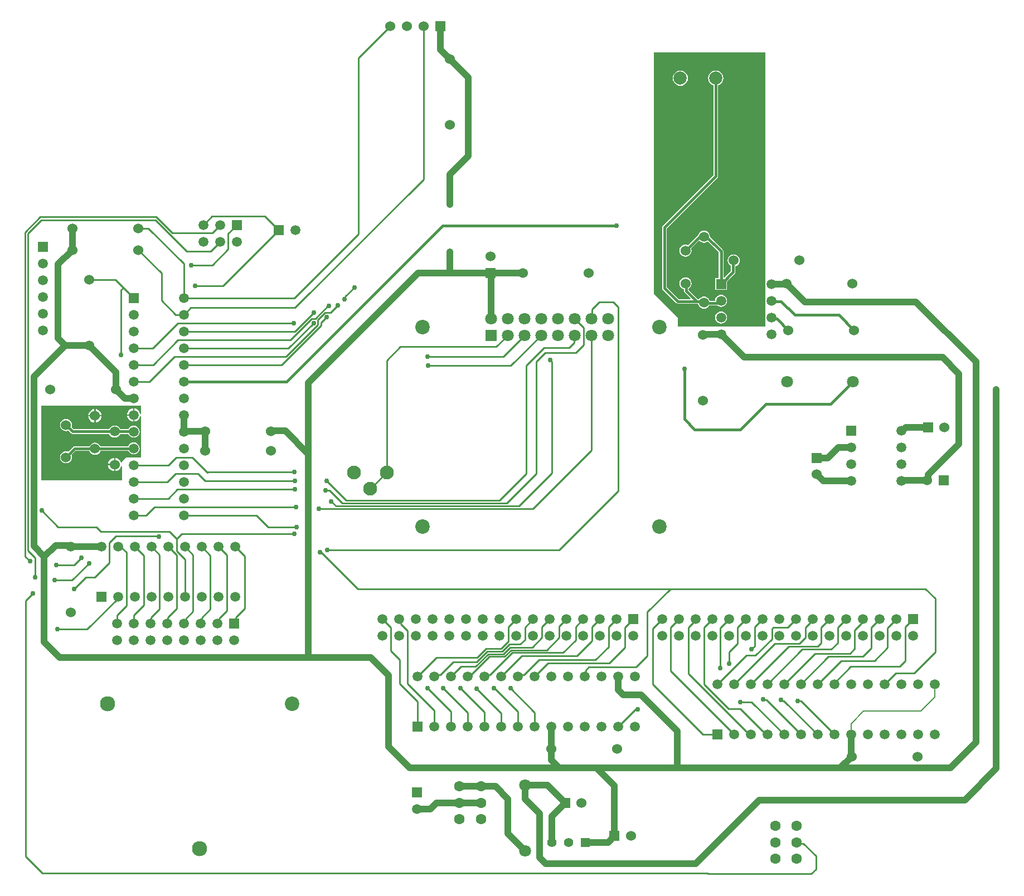
<source format=gtl>
G04*
G04 #@! TF.GenerationSoftware,Altium Limited,Altium Designer,20.0.13 (296)*
G04*
G04 Layer_Physical_Order=1*
G04 Layer_Color=255*
%FSLAX25Y25*%
%MOIN*%
G70*
G01*
G75*
%ADD13C,0.01000*%
%ADD32C,0.04000*%
%ADD33C,0.01500*%
%ADD34C,0.00600*%
%ADD35C,0.06000*%
%ADD36C,0.07087*%
%ADD37C,0.05906*%
%ADD38R,0.05906X0.05906*%
%ADD39C,0.09055*%
%ADD40C,0.08661*%
%ADD41R,0.05906X0.05906*%
%ADD42R,0.06000X0.06000*%
%ADD43R,0.06000X0.06000*%
%ADD44C,0.08268*%
%ADD45C,0.06299*%
G04:AMPARAMS|DCode=46|XSize=55.12mil|YSize=55.12mil|CornerRadius=1.93mil|HoleSize=0mil|Usage=FLASHONLY|Rotation=270.000|XOffset=0mil|YOffset=0mil|HoleType=Round|Shape=RoundedRectangle|*
%AMROUNDEDRECTD46*
21,1,0.05512,0.05126,0,0,270.0*
21,1,0.05126,0.05512,0,0,270.0*
1,1,0.00386,-0.02563,-0.02563*
1,1,0.00386,-0.02563,0.02563*
1,1,0.00386,0.02563,0.02563*
1,1,0.00386,0.02563,-0.02563*
%
%ADD46ROUNDEDRECTD46*%
%ADD47C,0.05512*%
%ADD48C,0.07874*%
%ADD49R,0.07087X0.07087*%
%ADD50C,0.03000*%
G36*
X173622Y378259D02*
X173122Y378226D01*
X173064Y378670D01*
X172665Y379631D01*
X172032Y380457D01*
X171206Y381090D01*
X170245Y381489D01*
X169613Y381572D01*
Y377638D01*
Y373704D01*
X170245Y373787D01*
X171206Y374185D01*
X172032Y374819D01*
X172665Y375644D01*
X173064Y376606D01*
X173122Y377050D01*
X173622Y377017D01*
Y352362D01*
X164567D01*
X162205Y350000D01*
X162205D01*
Y349335D01*
X161705Y349236D01*
X161368Y350049D01*
X160727Y350884D01*
X159891Y351525D01*
X158918Y351928D01*
X158274Y352013D01*
Y348031D01*
Y344050D01*
X158918Y344134D01*
X159891Y344537D01*
X160727Y345179D01*
X161368Y346014D01*
X161705Y346827D01*
X162205Y346728D01*
Y338583D01*
X113779D01*
Y383071D01*
X173622D01*
Y378259D01*
D02*
G37*
G36*
X546850Y455950D02*
X546850Y455945D01*
X546850Y455939D01*
Y445950D01*
X546850Y445945D01*
X546850Y445939D01*
Y435950D01*
X546850Y435945D01*
X546850Y435939D01*
Y430709D01*
X494488D01*
Y435827D01*
X480315Y450000D01*
X480315Y594488D01*
X546850Y594488D01*
Y455950D01*
D02*
G37*
%LPC*%
G36*
X168813Y381572D02*
X168181Y381489D01*
X167219Y381090D01*
X166393Y380457D01*
X165760Y379631D01*
X165362Y378670D01*
X165278Y378038D01*
X168813D01*
Y381572D01*
D02*
G37*
G36*
X146463Y381147D02*
Y377565D01*
X150045D01*
X149960Y378210D01*
X149557Y379183D01*
X148916Y380018D01*
X148080Y380659D01*
X147107Y381062D01*
X146463Y381147D01*
D02*
G37*
G36*
X145663D02*
X145019Y381062D01*
X144046Y380659D01*
X143210Y380018D01*
X142569Y379183D01*
X142166Y378210D01*
X142081Y377565D01*
X145663D01*
Y381147D01*
D02*
G37*
G36*
X168813Y377238D02*
X165278D01*
X165362Y376606D01*
X165760Y375644D01*
X166393Y374819D01*
X167219Y374185D01*
X168181Y373787D01*
X168813Y373704D01*
Y377238D01*
D02*
G37*
G36*
X145663Y376765D02*
X142081D01*
X142166Y376121D01*
X142569Y375148D01*
X143210Y374312D01*
X144046Y373671D01*
X145019Y373268D01*
X145663Y373183D01*
Y376765D01*
D02*
G37*
G36*
X150045D02*
X146463D01*
Y373183D01*
X147107Y373268D01*
X148080Y373671D01*
X148916Y374312D01*
X149557Y375148D01*
X149960Y376121D01*
X150045Y376765D01*
D02*
G37*
G36*
X128740Y375206D02*
X127800Y375082D01*
X126925Y374719D01*
X126173Y374142D01*
X125596Y373390D01*
X125233Y372515D01*
X125109Y371575D01*
X125233Y370635D01*
X125596Y369759D01*
X126173Y369007D01*
X126925Y368430D01*
X127800Y368068D01*
X128740Y367944D01*
X129680Y368068D01*
X130119Y368249D01*
X131625Y366743D01*
X131625Y366743D01*
X132072Y366445D01*
X132598Y366340D01*
X154548D01*
X154729Y365901D01*
X155306Y365149D01*
X156059Y364572D01*
X156934Y364209D01*
X157874Y364086D01*
X158814Y364209D01*
X159690Y364572D01*
X160442Y365149D01*
X161019Y365901D01*
X161200Y366340D01*
X165905D01*
X166109Y365846D01*
X166679Y365104D01*
X167421Y364534D01*
X168285Y364177D01*
X169213Y364054D01*
X170140Y364177D01*
X171004Y364534D01*
X171747Y365104D01*
X172316Y365846D01*
X172674Y366710D01*
X172796Y367638D01*
X172674Y368565D01*
X172316Y369429D01*
X171747Y370172D01*
X171004Y370741D01*
X170140Y371099D01*
X169213Y371221D01*
X168285Y371099D01*
X167421Y370741D01*
X166679Y370172D01*
X166109Y369429D01*
X165970Y369093D01*
X161200D01*
X161019Y369532D01*
X160442Y370284D01*
X159690Y370861D01*
X158814Y371224D01*
X157874Y371348D01*
X156934Y371224D01*
X156059Y370861D01*
X155306Y370284D01*
X154729Y369532D01*
X154548Y369093D01*
X133169D01*
X132066Y370196D01*
X132247Y370635D01*
X132371Y371575D01*
X132247Y372515D01*
X131885Y373390D01*
X131308Y374142D01*
X130556Y374719D01*
X129680Y375082D01*
X128740Y375206D01*
D02*
G37*
G36*
X169213Y361221D02*
X168285Y361099D01*
X167421Y360741D01*
X166679Y360172D01*
X166109Y359430D01*
X165937Y359014D01*
X149370D01*
X149328Y359006D01*
X149208Y359296D01*
X148630Y360048D01*
X147879Y360625D01*
X147003Y360988D01*
X146063Y361111D01*
X145123Y360988D01*
X144247Y360625D01*
X143495Y360048D01*
X142918Y359296D01*
X142736Y358857D01*
X133858D01*
X133332Y358752D01*
X132885Y358454D01*
X130119Y355688D01*
X129680Y355870D01*
X128740Y355993D01*
X127800Y355870D01*
X126925Y355507D01*
X126173Y354930D01*
X125596Y354178D01*
X125233Y353302D01*
X125109Y352362D01*
X125233Y351422D01*
X125596Y350547D01*
X126173Y349795D01*
X126925Y349218D01*
X127800Y348855D01*
X128740Y348731D01*
X129680Y348855D01*
X130556Y349218D01*
X131308Y349795D01*
X131885Y350547D01*
X132247Y351422D01*
X132371Y352362D01*
X132247Y353302D01*
X132066Y353741D01*
X134428Y356104D01*
X142736D01*
X142918Y355665D01*
X143495Y354913D01*
X144247Y354336D01*
X145123Y353973D01*
X146063Y353849D01*
X147003Y353973D01*
X147879Y354336D01*
X148630Y354913D01*
X149208Y355665D01*
X149405Y356142D01*
X149739Y356209D01*
X149818Y356261D01*
X165937D01*
X166109Y355846D01*
X166679Y355104D01*
X167421Y354535D01*
X168285Y354176D01*
X169213Y354054D01*
X170140Y354176D01*
X171004Y354535D01*
X171747Y355104D01*
X172316Y355846D01*
X172674Y356710D01*
X172796Y357638D01*
X172674Y358565D01*
X172316Y359430D01*
X171747Y360172D01*
X171004Y360741D01*
X170140Y361099D01*
X169213Y361221D01*
D02*
G37*
G36*
X157474Y352013D02*
X156830Y351928D01*
X155857Y351525D01*
X155021Y350884D01*
X154380Y350049D01*
X153977Y349076D01*
X153892Y348431D01*
X157474D01*
Y352013D01*
D02*
G37*
G36*
Y347632D02*
X153892D01*
X153977Y346987D01*
X154380Y346014D01*
X155021Y345179D01*
X155857Y344537D01*
X156830Y344134D01*
X157474Y344050D01*
Y347632D01*
D02*
G37*
G36*
X496063Y583710D02*
X494879Y583554D01*
X493775Y583097D01*
X492827Y582370D01*
X492100Y581422D01*
X491643Y580318D01*
X491487Y579134D01*
X491643Y577949D01*
X492100Y576846D01*
X492827Y575898D01*
X493775Y575171D01*
X494879Y574714D01*
X496063Y574558D01*
X497247Y574714D01*
X498351Y575171D01*
X499299Y575898D01*
X500026Y576846D01*
X500483Y577949D01*
X500639Y579134D01*
X500483Y580318D01*
X500026Y581422D01*
X499299Y582370D01*
X498351Y583097D01*
X497247Y583554D01*
X496063Y583710D01*
D02*
G37*
G36*
X510236Y487883D02*
X509296Y487759D01*
X508421Y487397D01*
X507669Y486820D01*
X507092Y486067D01*
X506824Y485422D01*
X506460Y485178D01*
X500592Y479310D01*
X500152Y479492D01*
X499213Y479615D01*
X498273Y479492D01*
X497397Y479129D01*
X496645Y478552D01*
X496068Y477800D01*
X495705Y476924D01*
X495581Y475984D01*
X495705Y475044D01*
X496068Y474169D01*
X496645Y473417D01*
X497397Y472840D01*
X498273Y472477D01*
X499213Y472353D01*
X500152Y472477D01*
X501028Y472840D01*
X501780Y473417D01*
X502357Y474169D01*
X502720Y475044D01*
X502844Y475984D01*
X502720Y476924D01*
X502538Y477363D01*
X507049Y481874D01*
X507548Y481842D01*
X507669Y481684D01*
X508421Y481107D01*
X509296Y480745D01*
X510236Y480621D01*
X511176Y480745D01*
X512052Y481107D01*
X512593Y481523D01*
X519057Y475060D01*
Y459498D01*
X516880D01*
Y452392D01*
X523986D01*
Y457551D01*
X528643Y462208D01*
X528941Y462655D01*
X529046Y463181D01*
Y466635D01*
X529768Y466934D01*
X530520Y467511D01*
X531097Y468263D01*
X531460Y469139D01*
X531584Y470079D01*
X531460Y471019D01*
X531097Y471894D01*
X530520Y472646D01*
X529768Y473223D01*
X528893Y473586D01*
X527953Y473710D01*
X527013Y473586D01*
X526137Y473223D01*
X525385Y472646D01*
X524808Y471894D01*
X524445Y471019D01*
X524322Y470079D01*
X524445Y469139D01*
X524808Y468263D01*
X525385Y467511D01*
X526137Y466934D01*
X526293Y466870D01*
Y463752D01*
X522309Y459768D01*
X521809Y459975D01*
Y475630D01*
X521705Y476157D01*
X521406Y476603D01*
X513855Y484155D01*
X513867Y484252D01*
X513743Y485192D01*
X513381Y486067D01*
X512804Y486820D01*
X512052Y487397D01*
X511176Y487759D01*
X510236Y487883D01*
D02*
G37*
G36*
X517323Y583710D02*
X516138Y583554D01*
X515035Y583097D01*
X514087Y582370D01*
X513360Y581422D01*
X512903Y580318D01*
X512747Y579134D01*
X512903Y577949D01*
X513360Y576846D01*
X514087Y575898D01*
X515035Y575171D01*
X515946Y574793D01*
Y521043D01*
X485641Y490737D01*
X485343Y490290D01*
X485238Y489764D01*
Y453543D01*
X485343Y453017D01*
X485641Y452570D01*
X493515Y444696D01*
X493515Y444696D01*
X493961Y444398D01*
X494488Y444293D01*
X494488Y444293D01*
X505905D01*
X505905Y444293D01*
X505906Y444293D01*
X506683D01*
X506729Y443942D01*
X507092Y443066D01*
X507669Y442314D01*
X508421Y441737D01*
X509296Y441375D01*
X510236Y441251D01*
X511176Y441375D01*
X512052Y441737D01*
X512804Y442314D01*
X513381Y443066D01*
X513433Y443192D01*
X518185D01*
X518641Y442842D01*
X519506Y442484D01*
X520433Y442361D01*
X521360Y442484D01*
X522225Y442842D01*
X522967Y443411D01*
X523536Y444153D01*
X523894Y445017D01*
X524017Y445945D01*
X523894Y446872D01*
X523536Y447737D01*
X522967Y448479D01*
X522225Y449048D01*
X521360Y449406D01*
X520433Y449528D01*
X519506Y449406D01*
X518641Y449048D01*
X517899Y448479D01*
X517330Y447737D01*
X516972Y446872D01*
X516850Y445945D01*
X513693D01*
X513381Y446697D01*
X512804Y447449D01*
X512052Y448027D01*
X511176Y448389D01*
X510236Y448513D01*
X509296Y448389D01*
X508421Y448027D01*
X507669Y447449D01*
X507359Y447046D01*
X506476D01*
X501030Y452492D01*
Y453156D01*
X501780Y453732D01*
X502357Y454484D01*
X502720Y455359D01*
X502844Y456299D01*
X502720Y457239D01*
X502357Y458115D01*
X501780Y458867D01*
X501028Y459444D01*
X500152Y459806D01*
X499213Y459930D01*
X498273Y459806D01*
X497397Y459444D01*
X496645Y458867D01*
X496068Y458115D01*
X495705Y457239D01*
X495581Y456299D01*
X495705Y455359D01*
X496068Y454484D01*
X496645Y453732D01*
X497397Y453155D01*
X498273Y452792D01*
X498277Y452791D01*
Y451922D01*
X498382Y451395D01*
X498680Y450948D01*
X502120Y447508D01*
X501929Y447046D01*
X495058D01*
X487991Y454113D01*
Y489194D01*
X518296Y519499D01*
X518296Y519499D01*
X518595Y519946D01*
X518699Y520472D01*
Y574793D01*
X519611Y575171D01*
X520559Y575898D01*
X521286Y576846D01*
X521743Y577949D01*
X521899Y579134D01*
X521743Y580318D01*
X521286Y581422D01*
X520559Y582370D01*
X519611Y583097D01*
X518507Y583554D01*
X517323Y583710D01*
D02*
G37*
G36*
X520433Y439528D02*
X519506Y439406D01*
X518641Y439048D01*
X517899Y438479D01*
X517330Y437737D01*
X516972Y436872D01*
X516850Y435945D01*
X516972Y435017D01*
X517330Y434153D01*
X517899Y433411D01*
X518641Y432842D01*
X519506Y432484D01*
X520433Y432362D01*
X521360Y432484D01*
X522225Y432842D01*
X522967Y433411D01*
X523536Y434153D01*
X523894Y435017D01*
X524017Y435945D01*
X523894Y436872D01*
X523536Y437737D01*
X522967Y438479D01*
X522225Y439048D01*
X521360Y439406D01*
X520433Y439528D01*
D02*
G37*
%LPD*%
D13*
X455905Y445276D02*
X459055Y442126D01*
Y332283D02*
Y442126D01*
X423622Y296850D02*
X459055Y332283D01*
X569611Y121334D02*
X577165Y113779D01*
Y105905D02*
Y113779D01*
X565748Y122047D02*
X566461Y121334D01*
X569611D01*
X574409Y103150D02*
X577165Y105905D01*
X164764Y263583D02*
Y295472D01*
X159213Y258032D02*
X164764Y263583D01*
X161378Y298858D02*
X164764Y295472D01*
X159764Y298858D02*
X161378D01*
X198031Y306692D02*
X265354D01*
X194882Y303543D02*
X198031Y306692D01*
X281102Y295669D02*
X303150Y273622D01*
X280709Y295669D02*
X281102D01*
X303150Y273622D02*
X490158D01*
X438976Y221260D02*
X439550Y221834D01*
Y224983D01*
X441339Y226772D01*
X469685D01*
X476378Y233465D02*
Y259842D01*
X469685Y226772D02*
X476378Y233465D01*
X490158Y273622D02*
X642520D01*
X476378Y259842D02*
X490158Y273622D01*
X648425Y235827D02*
Y267717D01*
X642520Y273622D02*
X648425Y267717D01*
X624803Y223228D02*
X635827D01*
X648425Y235827D01*
X618110Y216535D02*
X624803Y223228D01*
X318032Y255512D02*
X322835Y250709D01*
Y236614D02*
Y250709D01*
X328346Y216929D02*
Y231102D01*
X322835Y236614D02*
X328346Y231102D01*
X338976Y191260D02*
Y206299D01*
X328346Y216929D02*
X338976Y206299D01*
X328031Y255512D02*
X328970Y254573D01*
Y252526D02*
Y254573D01*
Y252526D02*
X333071Y248425D01*
Y216929D02*
Y248425D01*
X348976Y191260D02*
Y201024D01*
X333071Y216929D02*
X348976Y201024D01*
X344882Y214173D02*
X358976Y200079D01*
X158661Y305118D02*
X183858D01*
X358976Y191260D02*
Y200079D01*
X354331Y214173D02*
X368976Y199528D01*
Y191260D02*
Y199528D01*
X364567Y214173D02*
X378976Y199764D01*
Y191260D02*
Y199764D01*
X374410Y213779D02*
X388976Y199213D01*
Y191260D02*
Y199213D01*
X384646Y214173D02*
X385039D01*
X398976Y200236D01*
Y191260D02*
Y200236D01*
X394488Y214173D02*
X408976Y199685D01*
Y191260D02*
Y199685D01*
X458976Y191260D02*
X469291Y201575D01*
X470669D01*
X393307Y242122D02*
Y250787D01*
X389056Y237871D02*
X393307Y242122D01*
X379902Y237871D02*
X389056D01*
X393999Y240551D02*
X400394D01*
X389719Y236271D02*
X393999Y240551D01*
X374708Y232677D02*
X379902Y237871D01*
X350394Y232677D02*
X374708D01*
X360236Y229921D02*
X374215D01*
X380564Y236271D02*
X389719D01*
X374215Y229921D02*
X380564Y236271D01*
X381227Y234671D02*
X390382D01*
X373722Y227165D02*
X381227Y234671D01*
X364882Y227165D02*
X373722D01*
X381890Y233071D02*
X391044D01*
X370079Y221260D02*
X381890Y233071D01*
X390382Y234671D02*
X394344Y238633D01*
X391044Y233071D02*
X395007Y237033D01*
X393307Y250787D02*
X398031Y255512D01*
X338976Y221260D02*
X350394Y232677D01*
X403150Y243307D02*
Y250630D01*
X400394Y240551D02*
X403150Y243307D01*
Y250630D02*
X408032Y255512D01*
X352424Y222109D02*
X360236Y229921D01*
X349826Y222109D02*
X352424D01*
X348976Y221260D02*
X349826Y222109D01*
X407531Y238633D02*
X413386Y244488D01*
X394344Y238633D02*
X407531D01*
X358976Y221260D02*
X364882Y227165D01*
X416167Y237033D02*
X423622Y244488D01*
X395007Y237033D02*
X416167D01*
X425984Y235433D02*
X433465Y242913D01*
X395669Y235433D02*
X425984D01*
X382385Y222149D02*
X395669Y235433D01*
X434252Y233465D02*
X443307Y242520D01*
X401181Y233465D02*
X434252D01*
X388976Y221260D02*
X401181Y233465D01*
X445276Y231102D02*
X453150Y238976D01*
X411417Y231102D02*
X445276D01*
X402424Y222109D02*
X411417Y231102D01*
X413386Y244488D02*
Y250866D01*
X418032Y255512D01*
X368976Y221260D02*
X370079D01*
X423622Y244488D02*
Y251102D01*
X428031Y255512D01*
X433465Y242913D02*
Y250945D01*
X438031Y255512D01*
X379865Y222149D02*
X382385D01*
X378976Y221260D02*
X379865Y222149D01*
X443307Y242520D02*
Y250787D01*
X448032Y255512D01*
X453150Y250787D02*
X457874Y255512D01*
X458032D01*
X453150Y238976D02*
Y250787D01*
X399826Y222109D02*
X402424D01*
X398976Y221260D02*
X399826Y222109D01*
X462992Y238583D02*
Y250472D01*
X468032Y255512D01*
X453543Y229134D02*
X462992Y238583D01*
X416850Y229134D02*
X453543D01*
X408976Y221260D02*
X416850Y229134D01*
X568169Y206477D02*
X588110Y186535D01*
X566358Y206477D02*
X568169D01*
X566142Y206693D02*
X566358Y206477D01*
X538740Y205906D02*
X558110Y186535D01*
X531890Y205906D02*
X538740D01*
X546043Y207107D02*
X547539D01*
X545669Y207480D02*
X546043Y207107D01*
X547539D02*
X568110Y186535D01*
X556682Y206704D02*
X557942D01*
X556299Y207087D02*
X556682Y206704D01*
X557942D02*
X578110Y186535D01*
X538583Y237402D02*
X540551Y239370D01*
Y250787D01*
X545276Y255512D01*
X530315Y240945D02*
Y250551D01*
X535276Y255512D01*
X525197Y235827D02*
X530315Y240945D01*
X525197Y228740D02*
Y235827D01*
X520079Y250315D02*
X525276Y255512D01*
X520079Y226378D02*
Y250315D01*
X537087Y186535D02*
X538110D01*
X500787Y222835D02*
X537087Y186535D01*
X500787Y222835D02*
Y250394D01*
X510236Y250472D02*
X515276Y255512D01*
X510236Y216672D02*
Y250472D01*
Y216672D02*
X524940Y201969D01*
X531890D01*
X547323Y186535D01*
X548110D01*
X500787Y250394D02*
X505276Y254882D01*
Y255512D01*
X490158Y224488D02*
Y250394D01*
X495276Y255512D01*
X490158Y224488D02*
X528110Y186535D01*
X479528Y216535D02*
X509528Y186535D01*
X518110D01*
X479528Y216535D02*
Y249764D01*
X485276Y255512D01*
X560157Y250394D02*
X565276Y255512D01*
X551575Y250394D02*
X560157D01*
X550787Y249606D02*
X551575Y250394D01*
X550787Y243701D02*
Y249606D01*
X540945Y233858D02*
X550787Y243701D01*
X552545Y240970D02*
X567323D01*
X528110Y216535D02*
X552545Y240970D01*
X535433Y233858D02*
X540945D01*
X518110Y216535D02*
X535433Y233858D01*
X570866Y250394D02*
X575276Y254803D01*
Y255512D01*
X570866Y244513D02*
Y250394D01*
X567323Y240970D02*
X570866Y244513D01*
X580315Y241339D02*
Y250551D01*
X585276Y255512D01*
X578346Y239370D02*
X580315Y241339D01*
X560945Y239370D02*
X578346D01*
X538110Y216535D02*
X560945Y239370D01*
X590158Y241339D02*
Y250394D01*
X595276Y255512D01*
X586221Y237402D02*
X590158Y241339D01*
X568976Y237402D02*
X586221D01*
X548110Y216535D02*
X568976Y237402D01*
X600394Y248819D02*
X604337Y252762D01*
Y254573D01*
X605276Y255512D01*
X600394Y237795D02*
Y248819D01*
X597638Y235039D02*
X600394Y237795D01*
X576614Y235039D02*
X597638D01*
X558110Y216535D02*
X576614Y235039D01*
X610236Y250472D02*
X615276Y255512D01*
X610236Y238189D02*
Y250472D01*
X605118Y233071D02*
X610236Y238189D01*
X584646Y233071D02*
X605118D01*
X568110Y216535D02*
X584646Y233071D01*
X620079Y238583D02*
Y250315D01*
X625276Y255512D01*
X612205Y230709D02*
X620079Y238583D01*
X592283Y230709D02*
X612205D01*
X578110Y216535D02*
X592283Y230709D01*
X630709Y250945D02*
X635276Y255512D01*
X630709Y230709D02*
Y250945D01*
X627165Y227165D02*
X630709Y230709D01*
X598032Y227165D02*
X627165D01*
X588110Y217244D02*
X598032Y227165D01*
X588110Y216535D02*
Y217244D01*
X183858Y305118D02*
X184252Y304724D01*
X154724Y301181D02*
X158661Y305118D01*
X154724Y289370D02*
Y301181D01*
X146063Y280709D02*
X154724Y289370D01*
X140551Y280709D02*
X146063D01*
X133465Y273622D02*
X140551Y280709D01*
X104724Y266535D02*
X109055Y270866D01*
X104724Y259055D02*
Y266535D01*
X104724Y113386D02*
X114567Y103543D01*
X104724Y259055D02*
X104724Y113386D01*
X105931Y296431D02*
X110236Y292126D01*
X105931Y296431D02*
Y486345D01*
X110236Y280709D02*
Y292126D01*
X105931Y486345D02*
X113779Y494194D01*
X104331Y292913D02*
Y487008D01*
Y292913D02*
X107087Y290158D01*
X104331Y487008D02*
X113386Y496063D01*
X114567Y103543D02*
X512205D01*
X512598Y103150D01*
X574409D01*
X205906Y454724D02*
X222441D01*
X255906Y488189D01*
X199213Y437638D02*
X203307Y441732D01*
X265748D01*
X342520Y518504D01*
Y610236D01*
X303543Y485827D02*
Y591260D01*
X322520Y610236D01*
X265354Y447638D02*
X303543Y485827D01*
X199213Y447638D02*
X265354D01*
X162953Y453898D02*
X169213Y447638D01*
X158189Y458661D02*
X162953Y453898D01*
X161417Y452362D02*
X162953Y453898D01*
X161417Y413386D02*
Y452362D01*
X114173Y320472D02*
X124016Y310630D01*
X146850D01*
X149606Y307874D01*
X190551D01*
X194882Y303543D01*
Y296063D02*
Y303543D01*
X181496Y322441D02*
X266142D01*
X176693Y317638D02*
X181496Y322441D01*
X194882Y296063D02*
X199764Y291181D01*
Y268858D02*
Y291181D01*
X229764Y298858D02*
X235433Y293189D01*
Y261811D02*
Y293189D01*
X230245Y256623D02*
X235433Y261811D01*
X230245Y253788D02*
Y256623D01*
X229213Y252756D02*
X230245Y253788D01*
X219764Y298858D02*
X224803Y293819D01*
Y260630D02*
Y293819D01*
X220151Y255978D02*
X224803Y260630D01*
X220151Y253695D02*
Y255978D01*
X219213Y252756D02*
X220151Y253695D01*
X209764Y298858D02*
X214961Y293661D01*
Y261417D02*
Y293661D01*
X209905Y256361D02*
X214961Y261417D01*
X209905Y253448D02*
Y256361D01*
X209213Y252756D02*
X209905Y253448D01*
X199764Y298858D02*
X204724Y293898D01*
Y260236D02*
Y293898D01*
X200151Y255663D02*
X204724Y260236D01*
X200151Y253695D02*
Y255663D01*
X199213Y252756D02*
X200151Y253695D01*
X189764Y298858D02*
X194882Y293740D01*
Y261811D02*
Y293740D01*
X189668Y256597D02*
X194882Y261811D01*
X189668Y253212D02*
Y256597D01*
X189213Y252756D02*
X189668Y253212D01*
X179764Y298858D02*
X184646Y293976D01*
Y261417D02*
Y293976D01*
X179747Y256519D02*
X184646Y261417D01*
X179747Y253290D02*
Y256519D01*
X179213Y252756D02*
X179747Y253290D01*
X175197Y263779D02*
Y293425D01*
X169764Y298858D02*
X175197Y293425D01*
X169213Y257795D02*
X175197Y263779D01*
X169213Y252756D02*
Y257795D01*
X159213Y252756D02*
Y258032D01*
X213779Y343701D02*
X265354D01*
X213386Y343307D02*
X213779Y343701D01*
X204331Y352362D02*
X213386Y343307D01*
X242598Y317638D02*
X249606Y310630D01*
X266535D01*
X287402Y325984D02*
X290132Y323253D01*
X291339D01*
X195276Y333071D02*
X265748D01*
X189842Y327638D02*
X195276Y333071D01*
X283858Y332677D02*
X286221D01*
X294044Y324853D01*
X284646Y338189D02*
X296381Y326453D01*
X211811Y338189D02*
X265748D01*
X394646Y407087D02*
X412756Y425197D01*
X345276Y407087D02*
X394646D01*
X390158Y412598D02*
X402756Y425197D01*
X344882Y412598D02*
X390158D01*
X159764Y268032D02*
Y268858D01*
X141339Y249606D02*
X159764Y268032D01*
X123622Y249606D02*
X141339D01*
X432677Y420866D02*
Y425118D01*
X432756Y425197D01*
X429528Y417717D02*
X432677Y420866D01*
X414567Y417717D02*
X429528D01*
X403937Y407087D02*
X414567Y417717D01*
X403937Y342520D02*
Y407087D01*
X387871Y326453D02*
X403937Y342520D01*
X296381Y326453D02*
X387871D01*
X409842Y342520D02*
Y409449D01*
X392176Y324853D02*
X409842Y342520D01*
Y409449D02*
X415354Y414961D01*
X294044Y324853D02*
X392176D01*
X207480Y342520D02*
X211811Y338189D01*
X194095Y342520D02*
X207480D01*
X189213Y337638D02*
X194095Y342520D01*
X169213Y337638D02*
X189213D01*
X433465Y414961D02*
X438113Y419609D01*
Y429840D01*
X432756Y435197D02*
X438113Y429840D01*
X415354Y414961D02*
X433465D01*
X419291Y342913D02*
Y409449D01*
X418110Y410630D02*
X419291Y409449D01*
X399632Y323253D02*
X419291Y342913D01*
X291339Y323253D02*
X399632Y323253D01*
X169213Y327638D02*
X189842D01*
X194488Y352362D02*
X204331D01*
X189764Y347638D02*
X194488Y352362D01*
X169213Y347638D02*
X189764D01*
X442913Y356693D02*
Y425039D01*
X442756Y425197D02*
X442913Y425039D01*
X407874Y321654D02*
X442913Y356693D01*
X279921Y321654D02*
X407874D01*
X169213Y317638D02*
X176693D01*
X443307Y435748D02*
Y440945D01*
X442756Y435197D02*
X443307Y435748D01*
Y440945D02*
X447638Y445276D01*
X455905D01*
X285039Y296850D02*
X423622D01*
X199213Y317638D02*
X242598D01*
X225590Y476772D02*
Y486063D01*
X230866Y491339D01*
X216142Y467323D02*
X225590Y476772D01*
X203543Y467323D02*
X216142D01*
X122047Y278740D02*
X132284D01*
X142519Y288976D01*
X133465Y287795D02*
X137795Y292126D01*
X310630Y333465D02*
X320472Y343307D01*
Y410236D02*
X328740Y418504D01*
X320472Y343307D02*
Y410236D01*
X328740Y418504D02*
X386063D01*
X392756Y425197D01*
X295658Y448414D02*
X301181Y453937D01*
X295658Y447233D02*
Y448414D01*
X295276Y446850D02*
X295658Y447233D01*
X286852Y438821D02*
X291339Y443307D01*
X283569Y438821D02*
X286852D01*
X279372Y434623D02*
X283569Y438821D01*
X199213Y407638D02*
X257672D01*
X279372Y431600D02*
Y434623D01*
X260370Y412598D02*
X279372Y431600D01*
X193701Y412598D02*
X260370D01*
X257672Y407638D02*
X281387Y431353D01*
Y432962D01*
X284646Y436221D01*
X277763Y435277D02*
X285399Y442913D01*
X285827D01*
X275695Y435277D02*
X277763D01*
X261732Y417638D02*
X276772Y432677D01*
X262859Y422441D02*
X275695Y435277D01*
X265433Y427638D02*
X276772Y438976D01*
X199213Y417638D02*
X261732D01*
X178740Y397638D02*
X193701Y412598D01*
X169213Y397638D02*
X178740D01*
X195669Y422441D02*
X262859D01*
X180866Y407638D02*
X195669Y422441D01*
X169213Y407638D02*
X180866D01*
X195669Y432677D02*
X264961D01*
X180630Y417638D02*
X195669Y432677D01*
X169213Y417638D02*
X180630D01*
X199213Y427638D02*
X265433D01*
X113779Y494194D02*
X182283D01*
X113386Y496063D02*
X182677D01*
X192126Y486614D01*
X182283Y494194D02*
X200887Y475591D01*
X215118D01*
X220866Y481339D01*
X192126Y486614D02*
X216142D01*
X220866Y491339D01*
X215984Y496457D02*
X247638D01*
X255906Y488189D01*
X210866Y491339D02*
X215984Y496457D01*
X122835Y287795D02*
X133465D01*
X185827Y446063D02*
X194252Y437638D01*
X199213D01*
X185827Y446063D02*
Y462598D01*
X172047Y476378D02*
X185827Y462598D01*
X199213Y447638D02*
Y468110D01*
X177953Y489370D02*
X199213Y468110D01*
X172047Y489370D02*
X177953D01*
X142520Y458661D02*
X158189D01*
D32*
X321654Y179134D02*
Y222047D01*
X311024Y232677D02*
X321654Y222047D01*
X628386Y368150D02*
X628901D01*
X630831Y370079D01*
X644095D01*
X520433Y425945D02*
X534173Y412205D01*
X652756D01*
X662598Y402362D01*
Y360236D02*
Y402362D01*
X644083Y341721D02*
X662598Y360236D01*
X644083Y338965D02*
Y341721D01*
X643701Y338583D02*
X644083Y338965D01*
X629335Y338583D02*
X643701D01*
X628386Y338150D02*
X628901D01*
X629335Y338583D01*
X559094Y455945D02*
X559449Y456299D01*
X550433Y455945D02*
X559094D01*
X570472Y445276D02*
X637008D01*
X559449Y456299D02*
X570472Y445276D01*
X509066Y425208D02*
X509449Y425591D01*
X509803Y425945D02*
X520433D01*
X509449Y425591D02*
X509803Y425945D01*
X685039Y166142D02*
Y392913D01*
X666142Y147244D02*
X685039Y166142D01*
X543307Y147244D02*
X666142D01*
X505118Y109055D02*
X543307Y147244D01*
X415748Y109055D02*
X505118D01*
X411811Y112992D02*
X415748Y109055D01*
X411811Y112992D02*
Y139370D01*
X403150Y148031D02*
X411811Y139370D01*
X403150Y148031D02*
Y156299D01*
X385433Y155512D02*
X392913Y148031D01*
Y127165D02*
Y148031D01*
Y127165D02*
X403150Y116929D01*
X376772Y155512D02*
X385433D01*
X416535Y156299D02*
X427165Y145669D01*
X403150Y156299D02*
X416535D01*
X350394Y145669D02*
X363779D01*
X346457Y141732D02*
X350394Y145669D01*
X338583Y141732D02*
X346457D01*
X381890Y462598D02*
X401968D01*
X381890D02*
X382756Y461732D01*
X131349Y299606D02*
X132136Y298819D01*
X494095Y166535D02*
X591732D01*
X446063D02*
X494095D01*
X458976Y213071D02*
X461811Y210236D01*
X458976Y213071D02*
Y221260D01*
X461811Y210236D02*
X472441D01*
X494095Y188583D01*
Y166535D02*
Y188583D01*
X109449Y299213D02*
X115748Y292913D01*
X109449Y299213D02*
Y400394D01*
X132136Y298819D02*
X132530Y298425D01*
X115748Y241732D02*
Y292913D01*
Y241732D02*
X124803Y232677D01*
X352520Y596299D02*
X358268Y590551D01*
X352520Y596299D02*
Y610236D01*
X577559Y342126D02*
X581535Y338150D01*
X598386D01*
X590551Y358268D02*
X598268D01*
X598386Y358150D01*
X584252Y351969D02*
X590551Y358268D01*
X577559Y351969D02*
X584252D01*
X199213Y367638D02*
Y377638D01*
X358268Y462598D02*
X381890D01*
X339370D02*
X358268D01*
Y590551D02*
X369291Y579528D01*
Y532677D02*
Y579528D01*
X358268Y521654D02*
X369291Y532677D01*
X358268Y503543D02*
Y521654D01*
Y462598D02*
Y475197D01*
X132136Y298819D02*
X149724D01*
X131496D02*
X132136D01*
X149724D02*
X149764Y298858D01*
X211811Y356299D02*
Y367717D01*
X199213Y367638D02*
X199291Y367717D01*
X211811D01*
X382756Y435197D02*
Y461732D01*
X273622Y396850D02*
X339370Y462598D01*
X273622Y354331D02*
Y396850D01*
X158661Y392913D02*
Y403150D01*
X142520Y419291D02*
X158661Y403150D01*
X124016Y467717D02*
X132677Y476378D01*
X124016Y423622D02*
Y467717D01*
Y423622D02*
X128347Y419291D01*
X132677Y476378D02*
Y489370D01*
X109449Y400394D02*
X128347Y419291D01*
X142520D01*
X158661Y392913D02*
X163937Y387638D01*
X169213D01*
X273622Y232677D02*
X311024D01*
X124803D02*
X273622D01*
X252989Y368110D02*
X259842D01*
X252978Y368099D02*
X252989Y368110D01*
X251564Y368099D02*
X252978D01*
X251181Y367717D02*
X251564Y368099D01*
X259842Y368110D02*
X273622Y354331D01*
Y232677D02*
Y354331D01*
X637008Y445276D02*
X672835Y409449D01*
Y181890D02*
Y409449D01*
X423622Y166535D02*
X446063D01*
X334252D02*
X423622D01*
X122441Y299606D02*
X131349D01*
X115748Y292913D02*
X122441Y299606D01*
X321654Y179134D02*
X334252Y166535D01*
X657480D02*
X672835Y181890D01*
X591732Y166535D02*
X657480D01*
X598110Y173543D02*
X598425Y173228D01*
X598110Y173543D02*
Y186535D01*
X591732Y166535D02*
X598425Y173228D01*
X418898Y177953D02*
X418976Y178032D01*
Y191260D01*
X418898Y171260D02*
Y177953D01*
Y171260D02*
X423622Y166535D01*
X446063D02*
X456693Y155905D01*
Y125984D02*
Y155905D01*
X452756Y122047D02*
X456693Y125984D01*
X439134Y122047D02*
X452756D01*
X419134D02*
Y137638D01*
X427165Y145669D01*
X363779Y155512D02*
X376772D01*
X363779Y145669D02*
X376772D01*
D33*
X505905Y445669D02*
X511024D01*
X512124Y444568D01*
X494488Y445669D02*
X505905D01*
X486614Y453543D02*
X494488Y445669D01*
X499653Y451922D02*
X505905Y445669D01*
X499653Y451922D02*
Y455859D01*
X519057Y444568D02*
X520433Y445945D01*
X512124Y444568D02*
X519057D01*
X547244Y384252D02*
X585827D01*
X599213Y397638D01*
X531890Y368898D02*
X547244Y384252D01*
X504724Y368898D02*
X531890D01*
X498425Y375197D02*
X504724Y368898D01*
X527670Y463181D02*
Y469796D01*
X527953Y470079D01*
X486614Y489764D02*
X517323Y520472D01*
X486614Y453543D02*
Y489764D01*
X353937Y490945D02*
X457874D01*
X498425Y375197D02*
Y405118D01*
X599213Y397638D02*
X599606Y398031D01*
X517323Y520472D02*
Y579134D01*
X551276Y435102D02*
X553874D01*
X560630Y428346D01*
X550433Y435945D02*
X551276Y435102D01*
X550709Y445669D02*
X556299D01*
X550433Y445945D02*
X550709Y445669D01*
X556299D02*
X564567Y437402D01*
X590945D01*
X600000Y428346D01*
X520433Y455945D02*
X527670Y463181D01*
X510189Y484205D02*
X511024Y485039D01*
X507433Y484205D02*
X510189D01*
X499213Y475984D02*
X507433Y484205D01*
X499213Y456299D02*
X499653Y455859D01*
X511024Y485039D02*
X520433Y475630D01*
Y455945D02*
Y475630D01*
X260630Y397638D02*
X353937Y490945D01*
X199213Y397638D02*
X260630D01*
X128740Y371575D02*
X132598Y367717D01*
X157874D01*
X128740Y352362D02*
X133858Y357480D01*
X146063D01*
X145276Y358268D02*
X146063Y357480D01*
X157874Y367717D02*
X169134D01*
X128740Y371575D02*
X128780D01*
X149213Y357480D02*
X149370Y357638D01*
X169213D01*
X169134Y367717D02*
X169213Y367638D01*
D34*
X648110Y209370D02*
X648177Y209304D01*
Y208807D02*
Y209304D01*
X648110Y209370D02*
Y216535D01*
X639764Y200394D02*
X648177Y208807D01*
X605512Y200394D02*
X639764D01*
X598110Y192992D02*
X605512Y200394D01*
X598110Y186535D02*
Y192992D01*
D35*
X510236Y484252D02*
D03*
Y444882D02*
D03*
X527953Y470079D02*
D03*
X567323D02*
D03*
X560630Y428346D02*
D03*
X600000D02*
D03*
X559449Y456299D02*
D03*
X598819D02*
D03*
X509449Y425591D02*
D03*
Y386221D02*
D03*
X643701Y338583D02*
D03*
X577559Y342126D02*
D03*
X653937Y370079D02*
D03*
X499213Y456299D02*
D03*
Y475984D02*
D03*
X342520Y610236D02*
D03*
X332520D02*
D03*
X322520D02*
D03*
X358268Y590551D02*
D03*
Y551181D02*
D03*
X401968Y462598D02*
D03*
X441339D02*
D03*
X382677Y472441D02*
D03*
X142520Y419291D02*
D03*
Y458661D02*
D03*
X158661Y392913D02*
D03*
X119291D02*
D03*
X157874Y367717D02*
D03*
Y348031D02*
D03*
X146063Y357480D02*
D03*
Y377165D02*
D03*
X128740Y352362D02*
D03*
Y371575D02*
D03*
X132677Y476378D02*
D03*
X172047D02*
D03*
X132677Y489370D02*
D03*
X172047D02*
D03*
X211811Y356299D02*
D03*
X251181D02*
D03*
X211811Y367717D02*
D03*
X251181D02*
D03*
X418898Y177953D02*
D03*
X458268D02*
D03*
X598425Y173228D02*
D03*
X637795D02*
D03*
X131496Y298819D02*
D03*
Y259449D02*
D03*
X466535Y125984D02*
D03*
X437008Y145669D02*
D03*
D36*
X559842Y397638D02*
D03*
X599213D02*
D03*
X403150Y156299D02*
D03*
Y116929D02*
D03*
X382756Y435197D02*
D03*
X392756Y425197D02*
D03*
Y435197D02*
D03*
X402756Y425197D02*
D03*
Y435197D02*
D03*
X412756Y425197D02*
D03*
Y435197D02*
D03*
X452756D02*
D03*
Y425197D02*
D03*
X442756Y435197D02*
D03*
Y425197D02*
D03*
X432756Y435197D02*
D03*
Y425197D02*
D03*
X422756Y435197D02*
D03*
Y425197D02*
D03*
D37*
X550433Y425945D02*
D03*
Y435945D02*
D03*
Y445945D02*
D03*
Y455945D02*
D03*
X520433Y425945D02*
D03*
Y435945D02*
D03*
Y445945D02*
D03*
X338583Y141732D02*
D03*
X265905Y488189D02*
D03*
X199213Y317638D02*
D03*
Y327638D02*
D03*
Y337638D02*
D03*
Y347638D02*
D03*
Y357638D02*
D03*
Y367638D02*
D03*
Y377638D02*
D03*
Y387638D02*
D03*
Y397638D02*
D03*
Y407638D02*
D03*
Y417638D02*
D03*
Y427638D02*
D03*
Y437638D02*
D03*
Y447638D02*
D03*
X169213Y317638D02*
D03*
Y327638D02*
D03*
Y337638D02*
D03*
Y347638D02*
D03*
Y357638D02*
D03*
Y367638D02*
D03*
Y377638D02*
D03*
Y387638D02*
D03*
Y397638D02*
D03*
Y407638D02*
D03*
Y417638D02*
D03*
Y427638D02*
D03*
Y437638D02*
D03*
X230866Y481339D02*
D03*
X220866Y491339D02*
D03*
Y481339D02*
D03*
X210866Y491339D02*
D03*
Y481339D02*
D03*
X528110Y186535D02*
D03*
X538110D02*
D03*
X548110D02*
D03*
X558110D02*
D03*
X568110D02*
D03*
X578110D02*
D03*
X588110D02*
D03*
X598110D02*
D03*
X608110D02*
D03*
X618110D02*
D03*
X628110D02*
D03*
X638110D02*
D03*
X648110D02*
D03*
X518110Y216535D02*
D03*
X528110D02*
D03*
X538110D02*
D03*
X548110D02*
D03*
X558110D02*
D03*
X568110D02*
D03*
X578110D02*
D03*
X588110D02*
D03*
X598110D02*
D03*
X608110D02*
D03*
X618110D02*
D03*
X628110D02*
D03*
X638110D02*
D03*
X648110D02*
D03*
X348976Y191260D02*
D03*
X358976D02*
D03*
X368976D02*
D03*
X378976D02*
D03*
X388976D02*
D03*
X398976D02*
D03*
X408976D02*
D03*
X418976D02*
D03*
X428976D02*
D03*
X438976D02*
D03*
X448976D02*
D03*
X458976D02*
D03*
X468976D02*
D03*
X338976Y221260D02*
D03*
X348976D02*
D03*
X358976D02*
D03*
X368976D02*
D03*
X378976D02*
D03*
X388976D02*
D03*
X398976D02*
D03*
X408976D02*
D03*
X418976D02*
D03*
X428976D02*
D03*
X438976D02*
D03*
X448976D02*
D03*
X458976D02*
D03*
X468976D02*
D03*
X159764Y268858D02*
D03*
X169764D02*
D03*
X179764D02*
D03*
X189764D02*
D03*
X199764D02*
D03*
X209764D02*
D03*
X219764D02*
D03*
X229764D02*
D03*
X149764Y298858D02*
D03*
X159764D02*
D03*
X169764D02*
D03*
X179764D02*
D03*
X189764D02*
D03*
X199764D02*
D03*
X209764D02*
D03*
X219764D02*
D03*
X229764D02*
D03*
X229213Y242756D02*
D03*
X219213Y252756D02*
D03*
Y242756D02*
D03*
X209213Y252756D02*
D03*
Y242756D02*
D03*
X199213Y252756D02*
D03*
Y242756D02*
D03*
X189213Y252756D02*
D03*
Y242756D02*
D03*
X179213Y252756D02*
D03*
Y242756D02*
D03*
X169213Y252756D02*
D03*
Y242756D02*
D03*
X159213Y252756D02*
D03*
Y242756D02*
D03*
X485276Y245512D02*
D03*
Y255512D02*
D03*
X495276Y245512D02*
D03*
Y255512D02*
D03*
X505276Y245512D02*
D03*
Y255512D02*
D03*
X515276Y245512D02*
D03*
Y255512D02*
D03*
X525276Y245512D02*
D03*
Y255512D02*
D03*
X535276Y245512D02*
D03*
Y255512D02*
D03*
X545276Y245512D02*
D03*
Y255512D02*
D03*
X555276Y245512D02*
D03*
Y255512D02*
D03*
X565276Y245512D02*
D03*
Y255512D02*
D03*
X575276Y245512D02*
D03*
Y255512D02*
D03*
X585276Y245512D02*
D03*
Y255512D02*
D03*
X595276Y245512D02*
D03*
Y255512D02*
D03*
X605276Y245512D02*
D03*
Y255512D02*
D03*
X615276Y245512D02*
D03*
Y255512D02*
D03*
X625276Y245512D02*
D03*
Y255512D02*
D03*
X635276Y245512D02*
D03*
X318032D02*
D03*
Y255512D02*
D03*
X328031Y245512D02*
D03*
Y255512D02*
D03*
X338032Y245512D02*
D03*
Y255512D02*
D03*
X348031Y245512D02*
D03*
Y255512D02*
D03*
X358032Y245512D02*
D03*
Y255512D02*
D03*
X368032Y245512D02*
D03*
Y255512D02*
D03*
X378031Y245512D02*
D03*
Y255512D02*
D03*
X388032Y245512D02*
D03*
Y255512D02*
D03*
X398031Y245512D02*
D03*
Y255512D02*
D03*
X408032Y245512D02*
D03*
Y255512D02*
D03*
X418032Y245512D02*
D03*
Y255512D02*
D03*
X428031Y245512D02*
D03*
Y255512D02*
D03*
X438031Y245512D02*
D03*
Y255512D02*
D03*
X448032Y245512D02*
D03*
Y255512D02*
D03*
X458032Y245512D02*
D03*
Y255512D02*
D03*
X468032Y245512D02*
D03*
X598386Y358150D02*
D03*
Y348150D02*
D03*
Y338150D02*
D03*
X628386Y368150D02*
D03*
Y358150D02*
D03*
Y348150D02*
D03*
Y338150D02*
D03*
X114961Y468110D02*
D03*
Y458110D02*
D03*
Y448110D02*
D03*
Y438110D02*
D03*
Y428110D02*
D03*
D38*
X520433Y455945D02*
D03*
X255906Y488189D02*
D03*
X169213Y447638D02*
D03*
X230866Y491339D02*
D03*
X229213Y252756D02*
D03*
X635276Y255512D02*
D03*
X468032D02*
D03*
X598386Y368150D02*
D03*
D39*
X208661Y118110D02*
D03*
X153543Y204724D02*
D03*
D40*
X263779D02*
D03*
X341929Y430177D02*
D03*
X483661D02*
D03*
Y310886D02*
D03*
X341929D02*
D03*
D41*
X338583Y151732D02*
D03*
X518110Y186535D02*
D03*
X338976Y191260D02*
D03*
X149764Y268858D02*
D03*
X114961Y478110D02*
D03*
D42*
X653543Y338583D02*
D03*
X644095Y370079D02*
D03*
X456693Y125984D02*
D03*
X427165Y145669D02*
D03*
D43*
X577559Y351969D02*
D03*
X352520Y610236D02*
D03*
X382677Y462598D02*
D03*
D44*
X320472Y343307D02*
D03*
X300787D02*
D03*
X310630Y333465D02*
D03*
D45*
X565748Y131890D02*
D03*
Y122047D02*
D03*
Y112205D02*
D03*
X552756D02*
D03*
Y122047D02*
D03*
Y131890D02*
D03*
X363779Y135827D02*
D03*
Y145669D02*
D03*
Y155512D02*
D03*
X376772D02*
D03*
Y145669D02*
D03*
Y135827D02*
D03*
D46*
X439134Y122047D02*
D03*
D47*
X419134D02*
D03*
X429134D02*
D03*
D48*
X517323Y579134D02*
D03*
X496063D02*
D03*
D49*
X382756Y425197D02*
D03*
D50*
X457874Y490945D02*
D03*
X498425Y405118D02*
D03*
X685039Y392913D02*
D03*
X265354Y306692D02*
D03*
X280709Y295669D02*
D03*
X344882Y214173D02*
D03*
X354331D02*
D03*
X364567D02*
D03*
X374410Y213779D02*
D03*
X384646Y214173D02*
D03*
X394488D02*
D03*
X470669Y201575D02*
D03*
X566142Y206693D02*
D03*
X531890Y205906D02*
D03*
X545669Y207480D02*
D03*
X556299Y207087D02*
D03*
X538583Y237402D02*
D03*
X525197Y228740D02*
D03*
X520079Y226378D02*
D03*
X184252Y304724D02*
D03*
X133465Y273622D02*
D03*
X109055Y270866D02*
D03*
X205906Y454724D02*
D03*
X161417Y413386D02*
D03*
X114173Y320472D02*
D03*
X265354Y343701D02*
D03*
X266535Y310630D02*
D03*
X266142Y322441D02*
D03*
X287402Y325984D02*
D03*
X265748Y333071D02*
D03*
X283858Y332677D02*
D03*
X284646Y338189D02*
D03*
X265748D02*
D03*
X345276Y407087D02*
D03*
X344882Y412598D02*
D03*
X123622Y249606D02*
D03*
X358268Y503543D02*
D03*
Y475197D02*
D03*
X418110Y410630D02*
D03*
X279921Y321654D02*
D03*
X285039Y296850D02*
D03*
X203543Y467323D02*
D03*
X142519Y288976D02*
D03*
X137795Y292126D02*
D03*
X301181Y453937D02*
D03*
X295276Y446850D02*
D03*
X291339Y443307D02*
D03*
X276772Y432677D02*
D03*
Y438976D02*
D03*
X285827Y442913D02*
D03*
X264961Y432677D02*
D03*
X284646Y436221D02*
D03*
X122047Y278740D02*
D03*
X110236Y280709D02*
D03*
X122835Y287795D02*
D03*
X107087Y290158D02*
D03*
M02*

</source>
